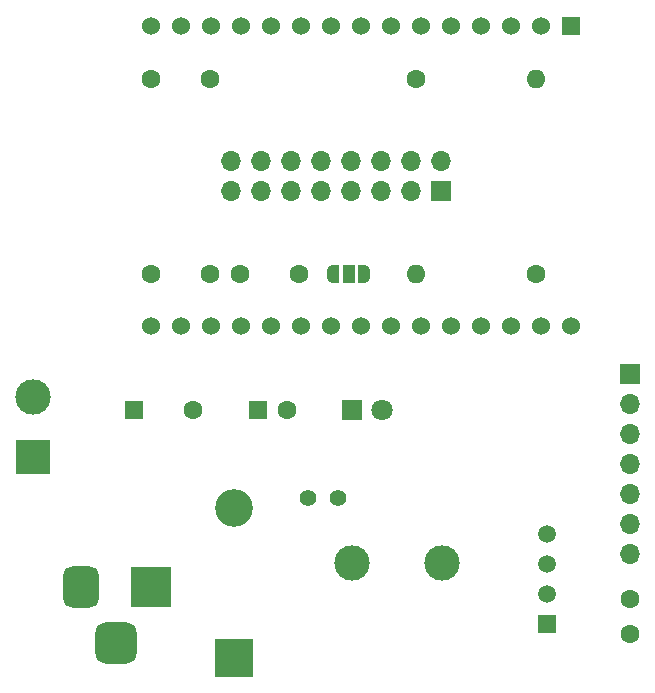
<source format=gbr>
%TF.GenerationSoftware,KiCad,Pcbnew,8.0.7-unknown-202501031821~9d36205ced~ubuntu20.04.1*%
%TF.CreationDate,2025-01-13T23:31:32-03:00*%
%TF.ProjectId,Wise-Shield-32,57697365-2d53-4686-9965-6c642d33322e,rev?*%
%TF.SameCoordinates,Original*%
%TF.FileFunction,Soldermask,Bot*%
%TF.FilePolarity,Negative*%
%FSLAX46Y46*%
G04 Gerber Fmt 4.6, Leading zero omitted, Abs format (unit mm)*
G04 Created by KiCad (PCBNEW 8.0.7-unknown-202501031821~9d36205ced~ubuntu20.04.1) date 2025-01-13 23:31:32*
%MOMM*%
%LPD*%
G01*
G04 APERTURE LIST*
G04 Aperture macros list*
%AMRoundRect*
0 Rectangle with rounded corners*
0 $1 Rounding radius*
0 $2 $3 $4 $5 $6 $7 $8 $9 X,Y pos of 4 corners*
0 Add a 4 corners polygon primitive as box body*
4,1,4,$2,$3,$4,$5,$6,$7,$8,$9,$2,$3,0*
0 Add four circle primitives for the rounded corners*
1,1,$1+$1,$2,$3*
1,1,$1+$1,$4,$5*
1,1,$1+$1,$6,$7*
1,1,$1+$1,$8,$9*
0 Add four rect primitives between the rounded corners*
20,1,$1+$1,$2,$3,$4,$5,0*
20,1,$1+$1,$4,$5,$6,$7,0*
20,1,$1+$1,$6,$7,$8,$9,0*
20,1,$1+$1,$8,$9,$2,$3,0*%
%AMFreePoly0*
4,1,19,0.550000,-0.750000,0.000000,-0.750000,0.000000,-0.744911,-0.071157,-0.744911,-0.207708,-0.704816,-0.327430,-0.627875,-0.420627,-0.520320,-0.479746,-0.390866,-0.500000,-0.250000,-0.500000,0.250000,-0.479746,0.390866,-0.420627,0.520320,-0.327430,0.627875,-0.207708,0.704816,-0.071157,0.744911,0.000000,0.744911,0.000000,0.750000,0.550000,0.750000,0.550000,-0.750000,0.550000,-0.750000,
$1*%
%AMFreePoly1*
4,1,19,0.000000,0.744911,0.071157,0.744911,0.207708,0.704816,0.327430,0.627875,0.420627,0.520320,0.479746,0.390866,0.500000,0.250000,0.500000,-0.250000,0.479746,-0.390866,0.420627,-0.520320,0.327430,-0.627875,0.207708,-0.704816,0.071157,-0.744911,0.000000,-0.744911,0.000000,-0.750000,-0.550000,-0.750000,-0.550000,0.750000,0.000000,0.750000,0.000000,0.744911,0.000000,0.744911,
$1*%
G04 Aperture macros list end*
%ADD10C,1.400000*%
%ADD11R,1.600000X1.600000*%
%ADD12C,1.600000*%
%ADD13R,3.000000X3.000000*%
%ADD14C,3.000000*%
%ADD15R,1.800000X1.800000*%
%ADD16C,1.800000*%
%ADD17R,1.524000X1.524000*%
%ADD18C,1.524000*%
%ADD19R,3.200000X3.200000*%
%ADD20O,3.200000X3.200000*%
%ADD21O,1.600000X1.600000*%
%ADD22R,1.500000X1.500000*%
%ADD23C,1.500000*%
%ADD24R,1.700000X1.700000*%
%ADD25O,1.700000X1.700000*%
%ADD26R,3.500000X3.500000*%
%ADD27RoundRect,0.750000X-0.750000X-1.000000X0.750000X-1.000000X0.750000X1.000000X-0.750000X1.000000X0*%
%ADD28RoundRect,0.875000X-0.875000X-0.875000X0.875000X-0.875000X0.875000X0.875000X-0.875000X0.875000X0*%
%ADD29FreePoly0,0.000000*%
%ADD30R,1.000000X1.500000*%
%ADD31FreePoly1,0.000000*%
G04 APERTURE END LIST*
D10*
%TO.C,JP3*%
X124750000Y-103500000D03*
X127290000Y-103500000D03*
%TD*%
D11*
%TO.C,C3*%
X120500000Y-96000000D03*
D12*
X123000000Y-96000000D03*
%TD*%
D13*
%TO.C,J6*%
X101500000Y-100040000D03*
D14*
X101500000Y-94960000D03*
%TD*%
D15*
%TO.C,D1*%
X128460000Y-96000000D03*
D16*
X131000000Y-96000000D03*
%TD*%
D12*
%TO.C,C4*%
X111500000Y-68000000D03*
X116500000Y-68000000D03*
%TD*%
D14*
%TO.C,J5*%
X136120000Y-109000000D03*
X128500000Y-109000000D03*
%TD*%
D17*
%TO.C,U1*%
X147000000Y-63500000D03*
D18*
X144460000Y-63500000D03*
X141920000Y-63500000D03*
X139380000Y-63500000D03*
X136840000Y-63500000D03*
X134300000Y-63500000D03*
X131760000Y-63500000D03*
X129220000Y-63500000D03*
X126680000Y-63500000D03*
X124140000Y-63500000D03*
X121600000Y-63500000D03*
X119060000Y-63500000D03*
X116520000Y-63500000D03*
X113980000Y-63500000D03*
X111440000Y-63500000D03*
X111440000Y-88900000D03*
X113980000Y-88900000D03*
X116520000Y-88900000D03*
X119060000Y-88900000D03*
X121600000Y-88900000D03*
X124140000Y-88900000D03*
X126680000Y-88900000D03*
X129220000Y-88900000D03*
X131760000Y-88900000D03*
X134300000Y-88900000D03*
X136840000Y-88900000D03*
X139380000Y-88900000D03*
X141920000Y-88900000D03*
X144460000Y-88900000D03*
X147000000Y-88900000D03*
%TD*%
D12*
%TO.C,R1*%
X152000000Y-115000000D03*
X152000000Y-112000000D03*
%TD*%
%TO.C,C2*%
X111500000Y-84500000D03*
X116500000Y-84500000D03*
%TD*%
D11*
%TO.C,C5*%
X110000000Y-96000000D03*
D12*
X115000000Y-96000000D03*
%TD*%
D19*
%TO.C,D2*%
X118500000Y-117000000D03*
D20*
X118500000Y-104300000D03*
%TD*%
D12*
%TO.C,R2*%
X133920000Y-68000000D03*
D21*
X144080000Y-68000000D03*
%TD*%
D22*
%TO.C,U2*%
X145000000Y-114120000D03*
D23*
X145000000Y-111580000D03*
X145000000Y-109040000D03*
X145000000Y-106500000D03*
%TD*%
D24*
%TO.C,J4*%
X152000000Y-92960000D03*
D25*
X152000000Y-95500000D03*
X152000000Y-98040000D03*
X152000000Y-100580000D03*
X152000000Y-103120000D03*
X152000000Y-105660000D03*
X152000000Y-108200000D03*
%TD*%
D26*
%TO.C,J3*%
X111500000Y-111042500D03*
D27*
X105500000Y-111042500D03*
D28*
X108500000Y-115742500D03*
%TD*%
D12*
%TO.C,R3*%
X144080000Y-84500000D03*
D21*
X133920000Y-84500000D03*
%TD*%
D12*
%TO.C,C1*%
X119000000Y-84500000D03*
X124000000Y-84500000D03*
%TD*%
D29*
%TO.C,JP2*%
X126900000Y-84500000D03*
D30*
X128200000Y-84500000D03*
D31*
X129500000Y-84500000D03*
%TD*%
D25*
%TO.C,J1*%
X125880000Y-77500000D03*
X125880000Y-74960000D03*
X133500000Y-77500000D03*
X128420000Y-77500000D03*
X123340000Y-77500000D03*
X120800000Y-77500000D03*
X123340000Y-74960000D03*
X128420000Y-74960000D03*
X118260000Y-74960000D03*
X136040000Y-74960000D03*
X130960000Y-74960000D03*
X133500000Y-74960000D03*
X120800000Y-74960000D03*
X118260000Y-77500000D03*
D24*
X136040000Y-77500000D03*
D25*
X130960000Y-77500000D03*
%TD*%
M02*

</source>
